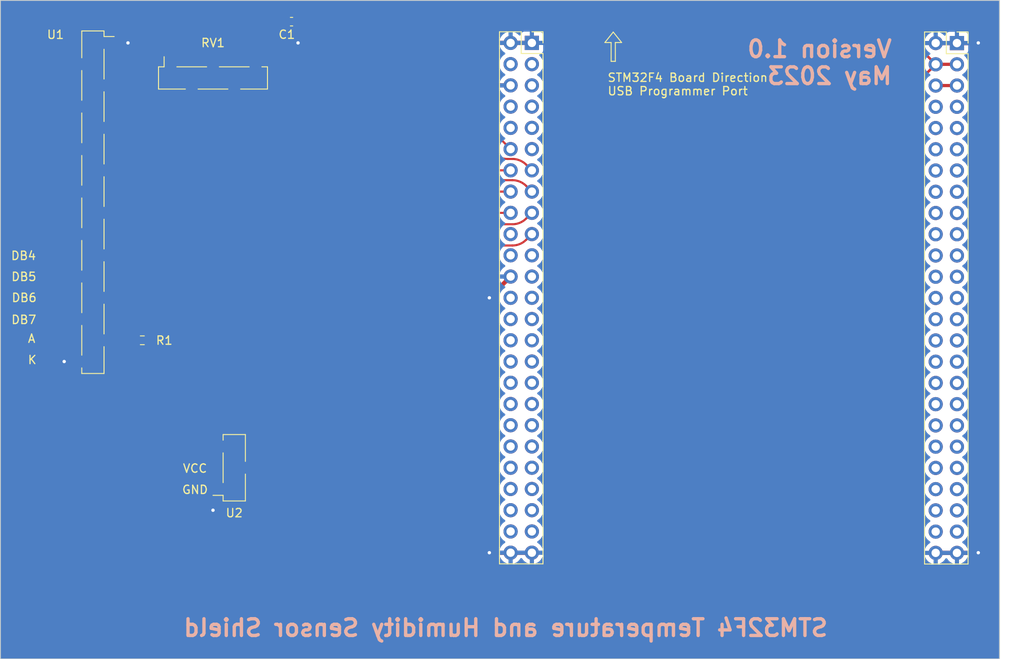
<source format=kicad_pcb>
(kicad_pcb (version 20221018) (generator pcbnew)
  (layers (0 "F.Cu" signal) (31 "B.Cu" signal) (34 "B.Paste" user) (35 "F.Paste" user) (36 "B.SilkS" user "B.Silkscreen") (37 "F.SilkS" user "F.Silkscreen") (38 "B.Mask" user) (39 "F.Mask" user) (44 "Edge.Cuts" user))
  (net 0 "")
  (net 1 "GND")
  (net 8 "RS")
  (net 9 "RW")
  (net 10 "E")
  (net 11 "DB4")
  (net 20 "+5V")
  (net 21 "+3V0")
  (net 30 "DB5")
  (net 31 "DB6")
  (net 34 "DB7")
  (net 35 "DHT")
  (net 70 "Net-(U1-A{slash}VEE)")
  (net 71 "Net-(U1-VO)")
  (footprint "Connector_PinSocket_2.54mm:PinSocket_2x25_P2.54mm_Vertical" (layer "F.Cu") (at 210.81 43.2)
    (fp_text reference "J2")
    (fp_text value "Discovery Board Conn 2")
    (fp_line (start -3.87 -1.33) (end -3.87 62.29) (stroke (width 0.12)) (layer "F.SilkS"))
    (fp_line (start -3.87 -1.33) (end -1.27 -1.33) (stroke (width 0.12)) (layer "F.SilkS"))
    (fp_line (start -3.87 62.29) (end 1.33 62.29) (stroke (width 0.12)) (layer "F.SilkS"))
    (fp_line (start -1.27 -1.33) (end -1.27 1.27) (stroke (width 0.12)) (layer "F.SilkS"))
    (fp_line (start -1.27 1.27) (end 1.33 1.27) (stroke (width 0.12)) (layer "F.SilkS"))
    (fp_line (start 0 -1.33) (end 1.33 -1.33) (stroke (width 0.12)) (layer "F.SilkS"))
    (fp_line (start 1.33 -1.33) (end 1.33 0) (stroke (width 0.12)) (layer "F.SilkS"))
    (fp_line (start 1.33 1.27) (end 1.33 62.29) (stroke (width 0.12)) (layer "F.SilkS"))
    (pad "1" thru_hole rect (at 0 0) (size 1.7 1.7) (drill 1) (layers "*.Cu" "*.Mask") (net 1 "GND"))
    (pad "2" thru_hole oval (at -2.54 0) (size 1.7 1.7) (drill 1) (layers "*.Cu" "*.Mask") (net 1 "GND"))
    (pad "3" thru_hole oval (at 0 2.54) (size 1.7 1.7) (drill 1) (layers "*.Cu" "*.Mask") (net 20 "+5V"))
    (pad "4" thru_hole oval (at -2.54 2.54) (size 1.7 1.7) (drill 1) (layers "*.Cu" "*.Mask") (net 20 "+5V"))
    (pad "5" thru_hole oval (at 0 5.08) (size 1.7 1.7) (drill 1) (layers "*.Cu" "*.Mask") (net 21 "+3V0"))
    (pad "6" thru_hole oval (at -2.54 5.08) (size 1.7 1.7) (drill 1) (layers "*.Cu" "*.Mask") (net 21 "+3V0"))
    (pad "7" thru_hole oval (at 0 7.62) (size 1.7 1.7) (drill 1) (layers "*.Cu" "*.Mask"))
    (pad "8" thru_hole oval (at -2.54 7.62) (size 1.7 1.7) (drill 1) (layers "*.Cu" "*.Mask"))
    (pad "9" thru_hole oval (at 0 10.16) (size 1.7 1.7) (drill 1) (layers "*.Cu" "*.Mask"))
    (pad "10" thru_hole oval (at -2.54 10.16) (size 1.7 1.7) (drill 1) (layers "*.Cu" "*.Mask"))
    (pad "11" thru_hole oval (at 0 12.7) (size 1.7 1.7) (drill 1) (layers "*.Cu" "*.Mask"))
    (pad "12" thru_hole oval (at -2.54 12.7) (size 1.7 1.7) (drill 1) (layers "*.Cu" "*.Mask"))
    (pad "13" thru_hole oval (at 0 15.24) (size 1.7 1.7) (drill 1) (layers "*.Cu" "*.Mask"))
    (pad "14" thru_hole oval (at -2.54 15.24) (size 1.7 1.7) (drill 1) (layers "*.Cu" "*.Mask"))
    (pad "15" thru_hole oval (at 0 17.78) (size 1.7 1.7) (drill 1) (layers "*.Cu" "*.Mask"))
    (pad "16" thru_hole oval (at -2.54 17.78) (size 1.7 1.7) (drill 1) (layers "*.Cu" "*.Mask"))
    (pad "17" thru_hole oval (at 0 20.32) (size 1.7 1.7) (drill 1) (layers "*.Cu" "*.Mask"))
    (pad "18" thru_hole oval (at -2.54 20.32) (size 1.7 1.7) (drill 1) (layers "*.Cu" "*.Mask"))
    (pad "19" thru_hole oval (at 0 22.86) (size 1.7 1.7) (drill 1) (layers "*.Cu" "*.Mask"))
    (pad "20" thru_hole oval (at -2.54 22.86) (size 1.7 1.7) (drill 1) (layers "*.Cu" "*.Mask"))
    (pad "21" thru_hole oval (at 0 25.4) (size 1.7 1.7) (drill 1) (layers "*.Cu" "*.Mask"))
    (pad "22" thru_hole oval (at -2.54 25.4) (size 1.7 1.7) (drill 1) (layers "*.Cu" "*.Mask"))
    (pad "23" thru_hole oval (at 0 27.94) (size 1.7 1.7) (drill 1) (layers "*.Cu" "*.Mask"))
    (pad "24" thru_hole oval (at -2.54 27.94) (size 1.7 1.7) (drill 1) (layers "*.Cu" "*.Mask"))
    (pad "25" thru_hole oval (at 0 30.48) (size 1.7 1.7) (drill 1) (layers "*.Cu" "*.Mask"))
    (pad "26" thru_hole oval (at -2.54 30.48) (size 1.7 1.7) (drill 1) (layers "*.Cu" "*.Mask"))
    (pad "27" thru_hole oval (at 0 33.02) (size 1.7 1.7) (drill 1) (layers "*.Cu" "*.Mask"))
    (pad "28" thru_hole oval (at -2.54 33.02) (size 1.7 1.7) (drill 1) (layers "*.Cu" "*.Mask"))
    (pad "29" thru_hole oval (at 0 35.56) (size 1.7 1.7) (drill 1) (layers "*.Cu" "*.Mask"))
    (pad "30" thru_hole oval (at -2.54 35.56) (size 1.7 1.7) (drill 1) (layers "*.Cu" "*.Mask"))
    (pad "31" thru_hole oval (at 0 38.1) (size 1.7 1.7) (drill 1) (layers "*.Cu" "*.Mask"))
    (pad "32" thru_hole oval (at -2.54 38.1) (size 1.7 1.7) (drill 1) (layers "*.Cu" "*.Mask"))
    (pad "33" thru_hole oval (at 0 40.64) (size 1.7 1.7) (drill 1) (layers "*.Cu" "*.Mask"))
    (pad "34" thru_hole oval (at -2.54 40.64) (size 1.7 1.7) (drill 1) (layers "*.Cu" "*.Mask"))
    (pad "35" thru_hole oval (at 0 43.18) (size 1.7 1.7) (drill 1) (layers "*.Cu" "*.Mask"))
    (pad "36" thru_hole oval (at -2.54 43.18) (size 1.7 1.7) (drill 1) (layers "*.Cu" "*.Mask"))
    (pad "37" thru_hole oval (at 0 45.72) (size 1.7 1.7) (drill 1) (layers "*.Cu" "*.Mask"))
    (pad "38" thru_hole oval (at -2.54 45.72) (size 1.7 1.7) (drill 1) (layers "*.Cu" "*.Mask"))
    (pad "39" thru_hole oval (at 0 48.26) (size 1.7 1.7) (drill 1) (layers "*.Cu" "*.Mask"))
    (pad "40" thru_hole oval (at -2.54 48.26) (size 1.7 1.7) (drill 1) (layers "*.Cu" "*.Mask"))
    (pad "41" thru_hole oval (at 0 50.8) (size 1.7 1.7) (drill 1) (layers "*.Cu" "*.Mask"))
    (pad "42" thru_hole oval (at -2.54 50.8) (size 1.7 1.7) (drill 1) (layers "*.Cu" "*.Mask"))
    (pad "43" thru_hole oval (at 0 53.34) (size 1.7 1.7) (drill 1) (layers "*.Cu" "*.Mask"))
    (pad "44" thru_hole oval (at -2.54 53.34) (size 1.7 1.7) (drill 1) (layers "*.Cu" "*.Mask"))
    (pad "45" thru_hole oval (at 0 55.88) (size 1.7 1.7) (drill 1) (layers "*.Cu" "*.Mask"))
    (pad "46" thru_hole oval (at -2.54 55.88) (size 1.7 1.7) (drill 1) (layers "*.Cu" "*.Mask"))
    (pad "47" thru_hole oval (at 0 58.42) (size 1.7 1.7) (drill 1) (layers "*.Cu" "*.Mask"))
    (pad "48" thru_hole oval (at -2.54 58.42) (size 1.7 1.7) (drill 1) (layers "*.Cu" "*.Mask"))
    (pad "49" thru_hole oval (at 0 60.96) (size 1.7 1.7) (drill 1) (layers "*.Cu" "*.Mask") (net 1 "GND"))
    (pad "50" thru_hole oval (at -2.54 60.96) (size 1.7 1.7) (drill 1) (layers "*.Cu" "*.Mask") (net 1 "GND"))
  )
  (footprint "Connector_PinSocket_2.54mm:PinSocket_2x25_P2.54mm_Vertical" (layer "F.Cu") (at 160.02 43.18)
    (fp_text reference "J1")
    (fp_text value "Discovery Board Conn 1")
    (fp_line (start -3.87 -1.33) (end -3.87 62.29) (stroke (width 0.12)) (layer "F.SilkS"))
    (fp_line (start -3.87 -1.33) (end -1.27 -1.33) (stroke (width 0.12)) (layer "F.SilkS"))
    (fp_line (start -3.87 62.29) (end 1.33 62.29) (stroke (width 0.12)) (layer "F.SilkS"))
    (fp_line (start -1.27 -1.33) (end -1.27 1.27) (stroke (width 0.12)) (layer "F.SilkS"))
    (fp_line (start -1.27 1.27) (end 1.33 1.27) (stroke (width 0.12)) (layer "F.SilkS"))
    (fp_line (start 0 -1.33) (end 1.33 -1.33) (stroke (width 0.12)) (layer "F.SilkS"))
    (fp_line (start 1.33 -1.33) (end 1.33 0) (stroke (width 0.12)) (layer "F.SilkS"))
    (fp_line (start 1.33 1.27) (end 1.33 62.29) (stroke (width 0.12)) (layer "F.SilkS"))
    (pad "1" thru_hole rect (at 0 0) (size 1.7 1.7) (drill 1) (layers "*.Cu" "*.Mask") (net 1 "GND"))
    (pad "2" thru_hole oval (at -2.54 0) (size 1.7 1.7) (drill 1) (layers "*.Cu" "*.Mask") (net 1 "GND"))
    (pad "3" thru_hole oval (at 0 2.54) (size 1.7 1.7) (drill 1) (layers "*.Cu" "*.Mask"))
    (pad "4" thru_hole oval (at -2.54 2.54) (size 1.7 1.7) (drill 1) (layers "*.Cu" "*.Mask"))
    (pad "5" thru_hole oval (at 0 5.08) (size 1.7 1.7) (drill 1) (layers "*.Cu" "*.Mask"))
    (pad "6" thru_hole oval (at -2.54 5.08) (size 1.7 1.7) (drill 1) (layers "*.Cu" "*.Mask") (net 1 "GND"))
    (pad "7" thru_hole oval (at 0 7.62) (size 1.7 1.7) (drill 1) (layers "*.Cu" "*.Mask"))
    (pad "8" thru_hole oval (at -2.54 7.62) (size 1.7 1.7) (drill 1) (layers "*.Cu" "*.Mask"))
    (pad "9" thru_hole oval (at 0 10.16) (size 1.7 1.7) (drill 1) (layers "*.Cu" "*.Mask"))
    (pad "10" thru_hole oval (at -2.54 10.16) (size 1.7 1.7) (drill 1) (layers "*.Cu" "*.Mask"))
    (pad "11" thru_hole oval (at 0 12.7) (size 1.7 1.7) (drill 1) (layers "*.Cu" "*.Mask"))
    (pad "12" thru_hole oval (at -2.54 12.7) (size 1.7 1.7) (drill 1) (layers "*.Cu" "*.Mask") (net 8 "RS"))
    (pad "13" thru_hole oval (at 0 15.24) (size 1.7 1.7) (drill 1) (layers "*.Cu" "*.Mask") (net 9 "RW"))
    (pad "14" thru_hole oval (at -2.54 15.24) (size 1.7 1.7) (drill 1) (layers "*.Cu" "*.Mask") (net 10 "E"))
    (pad "15" thru_hole oval (at 0 17.78) (size 1.7 1.7) (drill 1) (layers "*.Cu" "*.Mask") (net 11 "DB4"))
    (pad "16" thru_hole oval (at -2.54 17.78) (size 1.7 1.7) (drill 1) (layers "*.Cu" "*.Mask") (net 30 "DB5"))
    (pad "17" thru_hole oval (at 0 20.32) (size 1.7 1.7) (drill 1) (layers "*.Cu" "*.Mask") (net 31 "DB6"))
    (pad "18" thru_hole oval (at -2.54 20.32) (size 1.7 1.7) (drill 1) (layers "*.Cu" "*.Mask") (net 34 "DB7"))
    (pad "19" thru_hole oval (at 0 22.86) (size 1.7 1.7) (drill 1) (layers "*.Cu" "*.Mask") (net 35 "DHT"))
    (pad "20" thru_hole oval (at -2.54 22.86) (size 1.7 1.7) (drill 1) (layers "*.Cu" "*.Mask"))
    (pad "21" thru_hole oval (at 0 25.4) (size 1.7 1.7) (drill 1) (layers "*.Cu" "*.Mask"))
    (pad "22" thru_hole oval (at -2.54 25.4) (size 1.7 1.7) (drill 1) (layers "*.Cu" "*.Mask"))
    (pad "23" thru_hole oval (at 0 27.94) (size 1.7 1.7) (drill 1) (layers "*.Cu" "*.Mask"))
    (pad "24" thru_hole oval (at -2.54 27.94) (size 1.7 1.7) (drill 1) (layers "*.Cu" "*.Mask") (net 1 "GND"))
    (pad "25" thru_hole oval (at 0 30.48) (size 1.7 1.7) (drill 1) (layers "*.Cu" "*.Mask"))
    (pad "26" thru_hole oval (at -2.54 30.48) (size 1.7 1.7) (drill 1) (layers "*.Cu" "*.Mask"))
    (pad "27" thru_hole oval (at 0 33.02) (size 1.7 1.7) (drill 1) (layers "*.Cu" "*.Mask"))
    (pad "28" thru_hole oval (at -2.54 33.02) (size 1.7 1.7) (drill 1) (layers "*.Cu" "*.Mask"))
    (pad "29" thru_hole oval (at 0 35.56) (size 1.7 1.7) (drill 1) (layers "*.Cu" "*.Mask"))
    (pad "30" thru_hole oval (at -2.54 35.56) (size 1.7 1.7) (drill 1) (layers "*.Cu" "*.Mask"))
    (pad "31" thru_hole oval (at 0 38.1) (size 1.7 1.7) (drill 1) (layers "*.Cu" "*.Mask"))
    (pad "32" thru_hole oval (at -2.54 38.1) (size 1.7 1.7) (drill 1) (layers "*.Cu" "*.Mask"))
    (pad "33" thru_hole oval (at 0 40.64) (size 1.7 1.7) (drill 1) (layers "*.Cu" "*.Mask"))
    (pad "34" thru_hole oval (at -2.54 40.64) (size 1.7 1.7) (drill 1) (layers "*.Cu" "*.Mask"))
    (pad "35" thru_hole oval (at 0 43.18) (size 1.7 1.7) (drill 1) (layers "*.Cu" "*.Mask"))
    (pad "36" thru_hole oval (at -2.54 43.18) (size 1.7 1.7) (drill 1) (layers "*.Cu" "*.Mask"))
    (pad "37" thru_hole oval (at 0 45.72) (size 1.7 1.7) (drill 1) (layers "*.Cu" "*.Mask"))
    (pad "38" thru_hole oval (at -2.54 45.72) (size 1.7 1.7) (drill 1) (layers "*.Cu" "*.Mask"))
    (pad "39" thru_hole oval (at 0 48.26) (size 1.7 1.7) (drill 1) (layers "*.Cu" "*.Mask"))
    (pad "40" thru_hole oval (at -2.54 48.26) (size 1.7 1.7) (drill 1) (layers "*.Cu" "*.Mask"))
    (pad "41" thru_hole oval (at 0 50.8) (size 1.7 1.7) (drill 1) (layers "*.Cu" "*.Mask"))
    (pad "42" thru_hole oval (at -2.54 50.8) (size 1.7 1.7) (drill 1) (layers "*.Cu" "*.Mask"))
    (pad "43" thru_hole oval (at 0 53.34) (size 1.7 1.7) (drill 1) (layers "*.Cu" "*.Mask"))
    (pad "44" thru_hole oval (at -2.54 53.34) (size 1.7 1.7) (drill 1) (layers "*.Cu" "*.Mask"))
    (pad "45" thru_hole oval (at 0 55.88) (size 1.7 1.7) (drill 1) (layers "*.Cu" "*.Mask"))
    (pad "46" thru_hole oval (at -2.54 55.88) (size 1.7 1.7) (drill 1) (layers "*.Cu" "*.Mask"))
    (pad "47" thru_hole oval (at 0 58.42) (size 1.7 1.7) (drill 1) (layers "*.Cu" "*.Mask"))
    (pad "48" thru_hole oval (at -2.54 58.42) (size 1.7 1.7) (drill 1) (layers "*.Cu" "*.Mask"))
    (pad "49" thru_hole oval (at 0 60.96) (size 1.7 1.7) (drill 1) (layers "*.Cu" "*.Mask") (net 1 "GND"))
    (pad "50" thru_hole oval (at -2.54 60.96) (size 1.7 1.7) (drill 1) (layers "*.Cu" "*.Mask") (net 1 "GND"))
  )
  (footprint "Connector_PinSocket_2.54mm:PinSocket_1x03_P2.54mm_Vertical_SMD_Pin1Right" (layer "F.Cu") (at 124.46 93.98 180)
    (fp_text reference "U2" (at 0 -5.41) (layer "F.SilkS"))
    (fp_text value "DHT11")
    (fp_line (start -1.33 -3.97) (end -1.33 -0.76) (stroke (width 0.12)) (layer "F.SilkS"))
    (fp_line (start -1.33 -3.97) (end 1.33 -3.97) (stroke (width 0.12)) (layer "F.SilkS"))
    (fp_line (start -1.33 0.76) (end -1.33 3.97) (stroke (width 0.12)) (layer "F.SilkS"))
    (fp_line (start -1.33 3.97) (end 1.33 3.97) (stroke (width 0.12)) (layer "F.SilkS"))
    (fp_line (start 1.33 -3.97) (end 1.33 -3.3) (stroke (width 0.12)) (layer "F.SilkS"))
    (fp_line (start 1.33 -3.3) (end 2.54 -3.3) (stroke (width 0.12)) (layer "F.SilkS"))
    (fp_line (start 1.33 -1.78) (end 1.33 1.78) (stroke (width 0.12)) (layer "F.SilkS"))
    (fp_line (start 1.33 3.3) (end 1.33 3.97) (stroke (width 0.12)) (layer "F.SilkS"))
    (pad "1" smd rect (at -1.65 0 180) (size 1.9 1) (layers "F.Cu" "F.Paste" "F.Mask") (net 20 "+5V"))
    (pad "2" smd rect (at 1.65 2.54 180) (size 1.9 1) (layers "F.Cu" "F.Paste" "F.Mask") (net 35 "DHT"))
    (pad "4" smd rect (at 1.65 -2.54 180) (size 1.9 1) (layers "F.Cu" "F.Paste" "F.Mask") (net 1 "GND"))
  )
  (footprint "Capacitor_SMD:C_0603_1608Metric" (layer "F.Cu") (at 131.305 40.64)
    (fp_text reference "C1" (at -0.564705 1.54451) (layer "F.SilkS"))
    (fp_text value "1000u")
    (fp_line (start -0.14058 -0.51) (end 0.14058 -0.51) (stroke (width 0.12)) (layer "F.SilkS"))
    (fp_line (start -0.14058 0.51) (end 0.14058 0.51) (stroke (width 0.12)) (layer "F.SilkS"))
    (pad "1" smd roundrect (at -0.775 0) (size 0.9 0.95) (layers "F.Cu" "F.Paste" "F.Mask") (net 20 "+5V"))
    (pad "2" smd roundrect (at 0.775 0) (size 0.9 0.95) (layers "F.Cu" "F.Paste" "F.Mask") (net 1 "GND"))
  )
  (footprint "Connector_PinSocket_2.54mm:PinSocket_1x05_P2.54mm_Vertical_SMD_Pin1Right" (layer "F.Cu") (at 121.92 47.37 90)
    (fp_text reference "RV1" (at 4.19 0 180) (layer "F.SilkS"))
    (fp_text value "1k")
    (fp_line (start -1.33 -6.51) (end -1.33 -3.3) (stroke (width 0.12)) (layer "F.SilkS"))
    (fp_line (start -1.33 -6.51) (end 1.33 -6.51) (stroke (width 0.12)) (layer "F.SilkS"))
    (fp_line (start -1.33 -1.78) (end -1.33 1.78) (stroke (width 0.12)) (layer "F.SilkS"))
    (fp_line (start -1.33 3.3) (end -1.33 6.51) (stroke (width 0.12)) (layer "F.SilkS"))
    (fp_line (start -1.33 6.51) (end 1.33 6.51) (stroke (width 0.12)) (layer "F.SilkS"))
    (fp_line (start 1.33 -6.51) (end 1.33 -5.84) (stroke (width 0.12)) (layer "F.SilkS"))
    (fp_line (start 1.33 -5.84) (end 2.54 -5.84) (stroke (width 0.12)) (layer "F.SilkS"))
    (fp_line (start 1.33 -4.32) (end 1.33 -0.76) (stroke (width 0.12)) (layer "F.SilkS"))
    (fp_line (start 1.33 0.76) (end 1.33 4.32) (stroke (width 0.12)) (layer "F.SilkS"))
    (fp_line (start 1.33 5.84) (end 1.33 6.51) (stroke (width 0.12)) (layer "F.SilkS"))
    (pad "1" smd rect (at 1.65 -5.08 90) (size 1.9 1) (layers "F.Cu" "F.Paste" "F.Mask") (net 1 "GND"))
    (pad "2" smd rect (at 1.65 0 90) (size 1.9 1) (layers "F.Cu" "F.Paste" "F.Mask") (net 71 "Net-(U1-VO)"))
    (pad "3" smd rect (at 1.65 5.08 90) (size 1.9 1) (layers "F.Cu" "F.Paste" "F.Mask") (net 20 "+5V"))
    (pad "4" smd rect (at -1.65 2.54 90) (size 1.9 1) (layers "F.Cu" "F.Paste" "F.Mask"))
    (pad "5" smd rect (at -1.65 -2.54 90) (size 1.9 1) (layers "F.Cu" "F.Paste" "F.Mask"))
  )
  (footprint "Resistor_SMD:R_0603_1608Metric" (layer "F.Cu") (at 113.475 78.74)
    (fp_text reference "R1" (at 2.622513 0.021051) (layer "F.SilkS"))
    (fp_text value "910")
    (fp_line (start -0.237258 -0.5225) (end 0.237258 -0.5225) (stroke (width 0.12)) (layer "F.SilkS"))
    (fp_line (start -0.237258 0.5225) (end 0.237258 0.5225) (stroke (width 0.12)) (layer "F.SilkS"))
    (pad "1" smd roundrect (at -0.825 0) (size 0.8 0.95) (layers "F.Cu" "F.Paste" "F.Mask") (net 70 "Net-(U1-A{slash}VEE)"))
    (pad "2" smd roundrect (at 0.825 0) (size 0.8 0.95) (layers "F.Cu" "F.Paste" "F.Mask") (net 20 "+5V"))
  )
  (footprint "Connector_PinSocket_2.54mm:PinSocket_1x16_P2.54mm_Vertical_SMD_Pin1Right" (layer "F.Cu") (at 107.57 62.23)
    (fp_text reference "U1" (at -4.470668 -20.036708) (layer "F.SilkS"))
    (fp_text value "RC1602A")
    (fp_line (start -1.33 -20.48) (end -1.33 -17.27) (stroke (width 0.12)) (layer "F.SilkS"))
    (fp_line (start -1.33 -20.48) (end 1.33 -20.48) (stroke (width 0.12)) (layer "F.SilkS"))
    (fp_line (start -1.33 -15.75) (end -1.33 -12.19) (stroke (width 0.12)) (layer "F.SilkS"))
    (fp_line (start -1.33 -10.67) (end -1.33 -7.11) (stroke (width 0.12)) (layer "F.SilkS"))
    (fp_line (start -1.33 -5.59) (end -1.33 -2.03) (stroke (width 0.12)) (layer "F.SilkS"))
    (fp_line (start -1.33 -0.51) (end -1.33 3.05) (stroke (width 0.12)) (layer "F.SilkS"))
    (fp_line (start -1.33 4.57) (end -1.33 8.13) (stroke (width 0.12)) (layer "F.SilkS"))
    (fp_line (start -1.33 9.65) (end -1.33 13.21) (stroke (width 0.12)) (layer "F.SilkS"))
    (fp_line (start -1.33 14.73) (end -1.33 18.29) (stroke (width 0.12)) (layer "F.SilkS"))
    (fp_line (start -1.33 19.81) (end -1.33 20.48) (stroke (width 0.12)) (layer "F.SilkS"))
    (fp_line (start -1.33 20.48) (end 1.33 20.48) (stroke (width 0.12)) (layer "F.SilkS"))
    (fp_line (start 1.33 -20.48) (end 1.33 -19.81) (stroke (width 0.12)) (layer "F.SilkS"))
    (fp_line (start 1.33 -19.81) (end 2.54 -19.81) (stroke (width 0.12)) (layer "F.SilkS"))
    (fp_line (start 1.33 -18.29) (end 1.33 -14.73) (stroke (width 0.12)) (layer "F.SilkS"))
    (fp_line (start 1.33 -13.21) (end 1.33 -9.65) (stroke (width 0.12)) (layer "F.SilkS"))
    (fp_line (start 1.33 -8.13) (end 1.33 -4.57) (stroke (width 0.12)) (layer "F.SilkS"))
    (fp_line (start 1.33 -3.05) (end 1.33 0.51) (stroke (width 0.12)) (layer "F.SilkS"))
    (fp_line (start 1.33 2.03) (end 1.33 5.59) (stroke (width 0.12)) (layer "F.SilkS"))
    (fp_line (start 1.33 7.11) (end 1.33 10.67) (stroke (width 0.12)) (layer "F.SilkS"))
    (fp_line (start 1.33 12.19) (end 1.33 15.75) (stroke (width 0.12)) (layer "F.SilkS"))
    (fp_line (start 1.33 17.27) (end 1.33 20.48) (stroke (width 0.12)) (layer "F.SilkS"))
    (pad "1" smd rect (at 1.65 -19.05) (size 1.9 1) (layers "F.Cu" "F.Paste" "F.Mask") (net 1 "GND"))
    (pad "2" smd rect (at -1.65 -16.51) (size 1.9 1) (layers "F.Cu" "F.Paste" "F.Mask") (net 20 "+5V"))
    (pad "3" smd rect (at 1.65 -13.97) (size 1.9 1) (layers "F.Cu" "F.Paste" "F.Mask") (net 71 "Net-(U1-VO)"))
    (pad "4" smd rect (at -1.65 -11.43) (size 1.9 1) (layers "F.Cu" "F.Paste" "F.Mask") (net 8 "RS"))
    (pad "5" smd rect (at 1.65 -8.89) (size 1.9 1) (layers "F.Cu" "F.Paste" "F.Mask") (net 9 "RW"))
    (pad "6" smd rect (at -1.65 -6.35) (size 1.9 1) (layers "F.Cu" "F.Paste" "F.Mask") (net 10 "E"))
    (pad "7" smd rect (at 1.65 -3.81) (size 1.9 1) (layers "F.Cu" "F.Paste" "F.Mask"))
    (pad "8" smd rect (at -1.65 -1.27) (size 1.9 1) (layers "F.Cu" "F.Paste" "F.Mask"))
    (pad "9" smd rect (at 1.65 1.27) (size 1.9 1) (layers "F.Cu" "F.Paste" "F.Mask"))
    (pad "10" smd rect (at -1.65 3.81) (size 1.9 1) (layers "F.Cu" "F.Paste" "F.Mask"))
    (pad "11" smd rect (at 1.65 6.35) (size 1.9 1) (layers "F.Cu" "F.Paste" "F.Mask") (net 11 "DB4"))
    (pad "12" smd rect (at -1.65 8.89) (size 1.9 1) (layers "F.Cu" "F.Paste" "F.Mask") (net 30 "DB5"))
    (pad "13" smd rect (at 1.65 11.43) (size 1.9 1) (layers "F.Cu" "F.Paste" "F.Mask") (net 31 "DB6"))
    (pad "14" smd rect (at -1.65 13.97) (size 1.9 1) (layers "F.Cu" "F.Paste" "F.Mask") (net 34 "DB7"))
    (pad "15" smd rect (at 1.65 16.51) (size 1.9 1) (layers "F.Cu" "F.Paste" "F.Mask") (net 70 "Net-(U1-A{slash}VEE)"))
    (pad "16" smd rect (at -1.65 19.05) (size 1.9 1) (layers "F.Cu" "F.Paste" "F.Mask") (net 1 "GND"))
  )
  (gr_line (start 169.4922 43.1344) (end 168.7422 43.1344) (stroke (width 0.12)) (layer "F.SilkS"))
  (gr_line (start 170.7422 43.1344) (end 169.7422 41.8844) (stroke (width 0.12)) (layer "F.SilkS"))
  (gr_line (start 170.7422 43.1344) (end 169.9922 43.1344) (stroke (width 0.12)) (layer "F.SilkS"))
  (gr_line (start 169.4922 45.3844) (end 169.9922 45.3844) (stroke (width 0.12)) (layer "F.SilkS"))
  (gr_line (start 169.9922 45.3844) (end 169.9922 43.1344) (stroke (width 0.12)) (layer "F.SilkS"))
  (gr_line (start 169.4922 43.1344) (end 169.4922 45.3844) (stroke (width 0.12)) (layer "F.SilkS"))
  (gr_line (start 169.7422 41.8844) (end 168.7422 43.1344) (stroke (width 0.12)) (layer "F.SilkS"))
  (gr_line (start 96.52 116.84) (end 96.52 38.1) (stroke (width 0.1)) (layer "Edge.Cuts"))
  (gr_line (start 96.52 38.1) (end 215.9 38.1) (stroke (width 0.1)) (layer "Edge.Cuts"))
  (gr_line (start 215.9 38.1) (end 215.9 116.84) (stroke (width 0.1)) (layer "Edge.Cuts"))
  (gr_line (start 215.9 116.84) (end 96.52 116.84) (stroke (width 0.1)) (layer "Edge.Cuts"))
  (gr_text "STM32F4 Temperature and Humidity Sensor Shield\n" (at 195.58 114.3) (layer "B.SilkS") (effects (font (size 2 2) (thickness 0.4) bold) (justify left bottom mirror)))
  (gr_text "Version 1.0\nMay 2023" (at 203.2308 48.3062) (layer "B.SilkS") (effects (font (size 2 2) (thickness 0.4) bold) (justify left bottom mirror)))
  (gr_text "GND" (at 118.154379 97.193644) (layer "F.SilkS") (effects (font (size 1 1)) (justify left bottom)))
  (gr_text "DB7\n" (at 97.74606 76.86733) (layer "F.SilkS") (effects (font (size 1 1)) (justify left bottom)))
  (gr_text "STM32F4 Board Direction\nUSB Programmer Port" (at 168.9922 48.1344) (layer "F.SilkS") (effects (font (size 1 1)) (justify left)))
  (gr_text "DB5\n\n" (at 97.74606 73.334404) (layer "F.SilkS") (effects (font (size 1 1)) (justify left bottom)))
  (gr_text "VCC\n" (at 118.242221 94.646229) (layer "F.SilkS") (effects (font (size 1 1)) (justify left bottom)))
  (gr_text "DB6\n" (at 97.785314 74.237263) (layer "F.SilkS") (effects (font (size 1 1)) (justify left bottom)))
  (gr_text "K" (at 99.720398 81.664996) (layer "F.SilkS") (effects (font (size 1 1)) (justify left bottom)))
  (gr_text "A" (at 99.720398 79.121385) (layer "F.SilkS") (effects (font (size 1 1)) (justify left bottom)))
  (gr_text "DB4\n\n" (at 97.706805 70.822101) (layer "F.SilkS") (effects (font (size 1 1)) (justify left bottom)))
  (segment (start 157.48 43.18) (end 160.02 43.18) (width 0.508) (layer "F.Cu") (net 1))
  (segment (start 151.453792 44.773792) (end 154.041974 47.361974) (width 0.508) (layer "F.Cu") (net 1))
  (segment (start 210.81 104.16) (end 208.27 104.16) (width 0.508) (layer "F.Cu") (net 1))
  (segment (start 104.14 81.28) (end 105.92 81.28) (width 0.508) (layer "F.Cu") (net 1))
  (segment (start 213.325857 43.2) (end 210.81 43.2) (width 0.508) (layer "F.Cu") (net 1))
  (segment (start 132.08 43.18) (end 132.08 40.64) (width 0.508) (layer "F.Cu") (net 1))
  (segment (start 213.36 104.14) (end 213.35 104.15) (width 0.508) (layer "F.Cu") (net 1))
  (segment (start 154.94 73.66) (end 157.48 71.12) (width 0.508) (layer "F.Cu") (net 1))
  (segment (start 154.94 104.14) (end 157.48 104.14) (width 0.508) (layer "F.Cu") (net 1))
  (segment (start 157.48 104.14) (end 160.02 104.14) (width 0.508) (layer "F.Cu") (net 1))
  (segment (start 210.81 43.2) (end 208.27 43.2) (width 0.508) (layer "F.Cu") (net 1))
  (segment (start 121.92 99.06) (end 122.365 98.615) (width 0.508) (layer "F.Cu") (net 1))
  (segment (start 213.325857 104.16) (end 210.81 104.16) (width 0.508) (layer "F.Cu") (net 1))
  (segment (start 147.516856 43.18) (end 132.08 43.18) (width 0.508) (layer "F.Cu") (net 1))
  (segment (start 157.48 43.18) (end 151.479913 43.18) (width 0.508) (layer "F.Cu") (net 1))
  (segment (start 147.516856 43.18) (end 151.479913 43.18) (width 0.508) (layer "F.Cu") (net 1))
  (segment (start 111.76 43.18) (end 109.22 43.18) (width 0.508) (layer "F.Cu") (net 1))
  (segment (start 122.81 97.540674) (end 122.81 96.52) (width 0.508) (layer "F.Cu") (net 1))
  (segment (start 111.76 43.18) (end 113.401974 44.821974) (width 0.508) (layer "F.Cu") (net 1))
  (segment (start 115.57 45.72) (end 116.84 45.72) (width 0.508) (layer "F.Cu") (net 1))
  (segment (start 156.21 48.26) (end 157.48 48.26) (width 0.508) (layer "F.Cu") (net 1))
  (segment (start 213.36 43.18) (end 213.35 43.19) (width 0.508) (layer "F.Cu") (net 1))
  (via (at 132.08 43.18) (size 0.8) (drill 0.4) (layers "F.Cu" "B.Cu") (net 1))
  (via (at 154.94 73.66) (size 0.8) (drill 0.4) (layers "F.Cu" "B.Cu") (net 1))
  (via (at 154.94 104.14) (size 0.8) (drill 0.4) (layers "F.Cu" "B.Cu") (net 1))
  (via (at 121.92 99.06) (size 0.8) (drill 0.4) (layers "F.Cu" "B.Cu") (net 1))
  (via (at 111.76 43.18) (size 0.8) (drill 0.4) (layers "F.Cu" "B.Cu") (net 1))
  (via (at 213.36 104.14) (size 0.8) (drill 0.4) (layers "F.Cu" "B.Cu") (net 1))
  (via (at 213.36 43.18) (size 0.8) (drill 0.4) (layers "F.Cu" "B.Cu") (net 1))
  (via (at 104.14 81.28) (size 0.8) (drill 0.4) (layers "F.Cu" "B.Cu") (net 1))
  (arc (start 151.453792 44.773792) (mid 151.022126 43.75634) (end 151.479913 43.18) (width 0.508) (layer "F.Cu") (net 1))
  (arc (start 213.35 104.15) (mid 213.338923 104.157401) (end 213.325857 104.16) (width 0.508) (layer "F.Cu") (net 1))
  (arc (start 122.365 98.615) (mid 122.694348 98.122095) (end 122.81 97.540674) (width 0.508) (layer "F.Cu") (net 1))
  (arc (start 113.401974 44.821974) (mid 114.396672 45.48661) (end 115.57 45.72) (width 0.508) (layer "F.Cu") (net 1))
  (arc (start 147.516856 43.18) (mid 149.665249 43.594213) (end 151.453792 44.773792) (width 0.508) (layer "F.Cu") (net 1))
  (arc (start 154.041974 47.361974) (mid 155.036672 48.02661) (end 156.21 48.26) (width 0.508) (layer "F.Cu") (net 1))
  (arc (start 213.325857 43.2) (mid 213.338923 43.197401) (end 213.35 43.19) (width 0.508) (layer "F.Cu") (net 1))
  (segment (start 118.636051 53.34) (end 153.143948 53.34) (width 0.25) (layer "F.Cu") (net 8))
  (segment (start 112.503948 50.8) (end 105.92 50.8) (width 0.25) (layer "F.Cu") (net 8))
  (segment (start 156.21 54.61) (end 157.48 55.88) (width 0.25) (layer "F.Cu") (net 8))
  (arc (start 115.57 52.07) (mid 114.163283 51.130062) (end 112.503948 50.8) (width 0.25) (layer "F.Cu") (net 8))
  (arc (start 156.21 54.61) (mid 154.803283 53.670062) (end 153.143948 53.34) (width 0.25) (layer "F.Cu") (net 8))
  (arc (start 118.636051 53.34) (mid 116.976716 53.009937) (end 115.57 52.07) (width 0.25) (layer "F.Cu") (net 8))
  (segment (start 116.971802 53.79) (end 150.146036 53.79) (width 0.25) (layer "F.Cu") (net 9))
  (segment (start 157.16 57.055) (end 157.689799 57.055) (width 0.25) (layer "F.Cu") (net 9))
  (segment (start 153.993792 55.383792) (end 154.607875 55.997875) (width 0.25) (layer "F.Cu") (net 9))
  (segment (start 159.3375 57.7375) (end 160.02 58.42) (width 0.25) (layer "F.Cu") (net 9))
  (segment (start 115.885405 53.34) (end 109.22 53.34) (width 0.25) (layer "F.Cu") (net 9))
  (arc (start 159.3375 57.7375) (mid 158.581528 57.232375) (end 157.689799 57.055) (width 0.25) (layer "F.Cu") (net 9))
  (arc (start 154.607875 55.997875) (mid 155.7788 56.780262) (end 157.16 57.055) (width 0.25) (layer "F.Cu") (net 9))
  (arc (start 116.971802 53.79) (mid 116.677825 53.731524) (end 116.428604 53.565) (width 0.25) (layer "F.Cu") (net 9))
  (arc (start 115.885405 53.34) (mid 116.179382 53.398475) (end 116.428604 53.565) (width 0.25) (layer "F.Cu") (net 9))
  (arc (start 153.993792 55.383792) (mid 152.228426 54.204213) (end 150.146036 53.79) (width 0.25) (layer "F.Cu") (net 9))
  (segment (start 115.435406 53.79) (end 115.158604 53.79) (width 0.25) (layer "F.Cu") (net 10))
  (segment (start 117.421801 54.612792) (end 131.098828 54.612792) (width 0.25) (layer "F.Cu") (net 10))
  (segment (start 110.732146 55.88) (end 105.92 55.88) (width 0.25) (layer "F.Cu") (net 10))
  (segment (start 156.21 58.42) (end 157.48 58.42) (width 0.25) (layer "F.Cu") (net 10))
  (segment (start 153.384279 56.864279) (end 154.041974 57.521974) (width 0.25) (layer "F.Cu") (net 10))
  (segment (start 113.692875 54.397124) (end 113.254999 54.834999) (width 0.25) (layer "F.Cu") (net 10))
  (segment (start 151.796462 56.206584) (end 134.946584 56.206584) (width 0.25) (layer "F.Cu") (net 10))
  (arc (start 115.435406 53.79) (mid 115.97292 53.896918) (end 116.428604 54.201396) (width 0.25) (layer "F.Cu") (net 10))
  (arc (start 110.732146 55.88) (mid 112.097504 55.608413) (end 113.254999 54.834999) (width 0.25) (layer "F.Cu") (net 10))
  (arc (start 151.796462 56.206584) (mid 152.655782 56.377513) (end 153.384279 56.864279) (width 0.25) (layer "F.Cu") (net 10))
  (arc (start 117.421801 54.612792) (mid 116.884286 54.505873) (end 116.428604 54.201396) (width 0.25) (layer "F.Cu") (net 10))
  (arc (start 113.692875 54.397124) (mid 114.365357 53.947786) (end 115.158604 53.79) (width 0.25) (layer "F.Cu") (net 10))
  (arc (start 131.098828 54.612792) (mid 133.181218 55.027005) (end 134.946584 56.206584) (width 0.25) (layer "F.Cu") (net 10))
  (arc (start 156.21 58.42) (mid 155.036672 58.18661) (end 154.041974 57.521974) (width 0.25) (layer "F.Cu") (net 10))
  (segment (start 151.569149 58.42) (end 116.299998 58.42) (width 0.25) (layer "F.Cu") (net 11))
  (segment (start 112.706207 65.093792) (end 109.22 68.58) (width 0.25) (layer "F.Cu") (net 11))
  (segment (start 114.3 60.419998) (end 114.3 61.246036) (width 0.25) (layer "F.Cu") (net 11))
  (segment (start 157.689799 59.595) (end 154.40585 59.595) (width 0.25) (layer "F.Cu") (net 11))
  (segment (start 159.3375 60.2775) (end 160.02 60.96) (width 0.25) (layer "F.Cu") (net 11))
  (arc (start 159.3375 60.2775) (mid 158.581528 59.772375) (end 157.689799 59.595) (width 0.25) (layer "F.Cu") (net 11))
  (arc (start 152.9875 59.0075) (mid 153.638244 59.442313) (end 154.40585 59.595) (width 0.25) (layer "F.Cu") (net 11))
  (arc (start 112.706207 65.093792) (mid 113.885786 63.328426) (end 114.3 61.246036) (width 0.25) (layer "F.Cu") (net 11))
  (arc (start 152.9875 59.0075) (mid 152.336755 58.572686) (end 151.569149 58.42) (width 0.25) (layer "F.Cu") (net 11))
  (arc (start 114.3 60.419998) (mid 114.885785 59.005785) (end 116.299998 58.42) (width 0.25) (layer "F.Cu") (net 11))
  (segment (start 109.15253 40.64) (end 108.933963 40.64) (width 0.305) (layer "F.Cu") (net 20))
  (segment (start 104.408699 42.911299) (end 103.871298 43.4487) (width 0.305) (layer "F.Cu") (net 20))
  (segment (start 151.656829 39.896829) (end 134.123 39.896829) (width 0.305) (layer "F.Cu") (net 20))
  (segment (start 112.007822 40.64) (end 111.556768 40.64) (width 0.305) (layer "F.Cu") (net 20))
  (segment (start 121.011569 40.64) (end 116.668427 40.64) (width 0.305) (layer "F.Cu") (net 20))
  (segment (start 109.589664 40.64) (end 109.15253 40.64) (width 0.305) (layer "F.Cu") (net 20))
  (segment (start 104.408699 44.208699) (end 105.92 45.72) (width 0.305) (layer "F.Cu") (net 20))
  (segment (start 130.53 40.64) (end 131.621309 39.54869) (width 0.305) (layer "F.Cu") (net 20))
  (segment (start 204.763792 42.233792) (end 208.27 45.74) (width 0.305) (layer "F.Cu") (net 20))
  (segment (start 114.704275 40.64) (end 116.668427 40.64) (width 0.305) (layer "F.Cu") (net 20))
  (segment (start 114.289436 40.64) (end 113.874597 40.64) (width 0.305) (layer "F.Cu") (net 20))
  (segment (start 112.8375 40.64) (end 112.458876 40.64) (width 0.305) (layer "F.Cu") (net 20))
  (segment (start 111.105714 40.64) (end 110.682499 40.64) (width 0.305) (layer "F.Cu") (net 20))
  (segment (start 112.458876 40.64) (end 112.007822 40.64) (width 0.305) (layer "F.Cu") (net 20))
  (segment (start 114.704275 40.64) (end 114.289436 40.64) (width 0.305) (layer "F.Cu") (net 20))
  (segment (start 104.408699 42.911299) (end 105.086206 42.233792) (width 0.305) (layer "F.Cu") (net 20))
  (segment (start 131.376207 101.50017) (end 131.376207 103.086208) (width 0.305) (layer "F.Cu") (net 20))
  (segment (start 103.871298 43.4487) (end 103.193792 44.126207) (width 0.305) (layer "F.Cu") (net 20))
  (segment (start 172.72 83.543963) (end 172.72 102.343948) (width 0.305) (layer "F.Cu") (net 20))
  (segment (start 130.53 40.64) (end 121.011569 40.64) (width 0.305) (layer "F.Cu") (net 20))
  (segment (start 111.556768 40.64) (end 111.105714 40.64) (width 0.305) (layer "F.Cu") (net 20))
  (segment (start 103.599998 83.82) (end 112.300001 83.82) (width 0.305) (layer "F.Cu") (net 20))
  (segment (start 127 44.945) (end 127 45.72) (width 0.305) (layer "F.Cu") (net 20))
  (segment (start 174.313792 79.696207) (end 208.27 45.74) (width 0.305) (layer "F.Cu") (net 20))
  (segment (start 110.682499 40.64) (end 109.808231 40.64) (width 0.305) (layer "F.Cu") (net 20))
  (segment (start 133.52869 39.54869) (end 133.702759 39.722759) (width 0.305) (layer "F.Cu") (net 20))
  (segment (start 129.782414 97.652414) (end 126.447643 94.317643) (width 0.305) (layer "F.Cu") (net 20))
  (segment (start 113.667178 40.64) (end 112.8375 40.64) (width 0.305) (layer "F.Cu") (net 20))
  (segment (start 114.3 81.820001) (end 114.3 78.74) (width 0.305) (layer "F.Cu") (net 20))
  (segment (start 101.6 81.820001) (end 101.6 47.973963) (width 0.305) (layer "F.Cu") (net 20))
  (segment (start 109.589664 40.64) (end 109.808231 40.64) (width 0.305) (layer "F.Cu") (net 20))
  (segment (start 149.156207 105.086207) (end 133.376205 105.086207) (width 0.305) (layer "F.Cu") (net 20))
  (segment (start 208.27 45.74) (end 210.81 45.74) (width 0.381) (layer "F.Cu") (net 20))
  (segment (start 113.874597 40.64) (end 113.667178 40.64) (width 0.305) (layer "F.Cu") (net 20))
  (segment (start 153.451001 40.64) (end 200.916036 40.64) (width 0.305) (layer "F.Cu") (net 20))
  (segment (start 127.548007 43.621992) (end 130.53 40.64) (width 0.305) (layer "F.Cu") (net 20))
  (segment (start 153.003963 106.68) (end 168.383948 106.68) (width 0.305) (layer "F.Cu") (net 20))
  (arc (start 174.313792 79.696207) (mid 173.134213 81.461572) (end 172.72 83.543963) (width 0.305) (layer "F.Cu") (net 20))
  (arc (start 204.763792 42.233792) (mid 202.998426 41.054213) (end 200.916036 40.64) (width 0.305) (layer "F.Cu") (net 20))
  (arc (start 127.548007 43.621992) (mid 127.142422 44.228993) (end 127 44.945) (width 0.305) (layer "F.Cu") (net 20))
  (arc (start 171.45 105.41) (mid 172.389937 104.003283) (end 172.72 102.343948) (width 0.305) (layer "F.Cu") (net 20))
  (arc (start 101.6 81.820001) (mid 102.185785 83.234213) (end 103.599998 83.82) (width 0.305) (layer "F.Cu") (net 20))
  (arc (start 134.123 39.896829) (mid 133.895567 39.851589) (end 133.702759 39.722759) (width 0.305) (layer "F.Cu") (net 20))
  (arc (start 101.6 47.973963) (mid 102.014213 45.891572) (end 103.193792 44.126207) (width 0.305) (layer "F.Cu") (net 20))
  (arc (start 108.933963 40.64) (mid 106.851572 41.054213) (end 105.086206 42.233792) (width 0.305) (layer "F.Cu") (net 20))
  (arc (start 168.383948 106.68) (mid 170.043283 106.349937) (end 171.45 105.41) (width 0.305) (layer "F.Cu") (net 20))
  (arc (start 133.52869 39.54869) (mid 133.091133 39.256324) (end 132.575 39.153659) (width 0.305) (layer "F.Cu") (net 20))
  (arc (start 132.575 39.153659) (mid 132.058866 39.256324) (end 131.621309 39.54869) (width 0.305) (layer "F.Cu") (net 20))
  (arc (start 112.300001 83.82) (mid 113.714213 83.234213) (end 114.3 81.820001) (width 0.305) (layer "F.Cu") (net 20))
  (arc (start 131.376207 103.086208) (mid 131.961992 104.50042) (end 133.376205 105.086207) (width 0.305) (layer "F.Cu") (net 20))
  (arc (start 104.408699 44.208699) (mid 104.209831 43.911073) (end 104.139999 43.559999) (width 0.305) (layer "F.Cu") (net 20))
  (arc (start 104.139999 43.559999) (mid 104.209831 43.208925) (end 104.408699 42.911299) (width 0.305) (layer "F.Cu") (net 20))
  (arc (start 151.656829 39.896829) (mid 152.480002 40.446856) (end 153.451001 40.64) (width 0.305) (layer "F.Cu") (net 20))
  (arc (start 153.003963 106.68) (mid 150.921572 106.265786) (end 149.156207 105.086207) (width 0.305) (layer "F.Cu") (net 20))
  (arc (start 104.139999 43.559999) (mid 104.042832 43.414579) (end 103.871298 43.4487) (width 0.305) (layer "F.Cu") (net 20))
  (arc (start 129.782414 97.652414) (mid 130.961993 99.417779) (end 131.376207 101.50017) (width 0.305) (layer "F.Cu") (net 20))
  (segment (start 210.81 48.28) (end 208.27 48.28) (width 0.381) (layer "F.Cu") (net 21))
  (segment (start 109.791162 70.108837) (end 117.346207 62.553792) (width 0.25) (layer "F.Cu") (net 30))
  (segment (start 107.35 71.12) (end 105.92 71.12) (width 0.25) (layer "F.Cu") (net 30))
  (segment (start 121.193963 60.96) (end 157.48 60.96) (width 0.25) (layer "F.Cu") (net 30))
  (arc (start 109.791162 70.108837) (mid 108.671147 70.857207) (end 107.35 71.12) (width 0.25) (layer "F.Cu") (net 30))
  (arc (start 121.193963 60.96) (mid 119.111572 61.374213) (end 117.346207 62.553792) (width 0.25) (layer "F.Cu") (net 30))
  (segment (start 159.3375 64.1825) (end 160.02 63.5) (width 0.25) (layer "F.Cu") (net 31))
  (segment (start 110.49 73.66) (end 109.22 73.66) (width 0.25) (layer "F.Cu") (net 31))
  (segment (start 118.961207 66.458792) (end 112.658025 72.761974) (width 0.25) (layer "F.Cu") (net 31))
  (segment (start 157.689799 64.865) (end 122.808963 64.865) (width 0.25) (layer "F.Cu") (net 31))
  (arc (start 159.3375 64.1825) (mid 158.581528 64.687624) (end 157.689799 64.865) (width 0.25) (layer "F.Cu") (net 31))
  (arc (start 110.49 73.66) (mid 111.663326 73.42661) (end 112.658025 72.761974) (width 0.25) (layer "F.Cu") (net 31))
  (arc (start 118.961207 66.458792) (mid 120.726572 65.279213) (end 122.808963 64.865) (width 0.25) (layer "F.Cu") (net 31))
  (segment (start 105.92 75.129788) (end 105.92 76.2) (width 0.25) (layer "F.Cu") (net 34))
  (segment (start 106.887565 73.09201) (end 106.676753 73.302821) (width 0.25) (layer "F.Cu") (net 34))
  (segment (start 111.795109 71.095307) (end 117.796624 65.093792) (width 0.25) (layer "F.Cu") (net 34))
  (segment (start 109.310551 72.124445) (end 109.223475 72.124445) (width 0.25) (layer "F.Cu") (net 34))
  (segment (start 121.64438 63.5) (end 157.48 63.5) (width 0.25) (layer "F.Cu") (net 34))
  (arc (start 106.887565 73.09201) (mid 107.959289 72.375906) (end 109.223475 72.124445) (width 0.25) (layer "F.Cu") (net 34))
  (arc (start 106.676753 73.302821) (mid 106.116673 74.14104) (end 105.92 75.129788) (width 0.25) (layer "F.Cu") (net 34))
  (arc (start 109.310551 72.124445) (mid 110.655184 71.85698) (end 111.795109 71.095307) (width 0.25) (layer "F.Cu") (net 34))
  (arc (start 121.64438 63.5) (mid 119.561989 63.914213) (end 117.796624 65.093792) (width 0.25) (layer "F.Cu") (net 34))
  (segment (start 159.3375 66.7225) (end 160.02 66.04) (width 0.25) (layer "F.Cu") (net 35))
  (segment (start 122.81 90.069149) (end 122.81 91.44) (width 0.25) (layer "F.Cu") (net 35))
  (segment (start 154.205723 72.828612) (end 154.205723 67.894497) (width 0.25) (layer "F.Cu") (net 35))
  (segment (start 157.689799 67.405) (end 154.69522 67.405) (width 0.25) (layer "F.Cu") (net 35))
  (segment (start 137.085893 76.676368) (end 152.61193 76.676368) (width 0.25) (layer "F.Cu") (net 35))
  (segment (start 133.238137 78.27016) (end 123.779338 87.728959) (width 0.25) (layer "F.Cu") (net 35))
  (arc (start 133.238137 78.27016) (mid 135.003502 77.090581) (end 137.085893 76.676368) (width 0.25) (layer "F.Cu") (net 35))
  (arc (start 123.779338 87.728959) (mid 123.061922 88.802647) (end 122.81 90.069149) (width 0.25) (layer "F.Cu") (net 35))
  (arc (start 154.349093 67.54837) (mid 154.507897 67.44226) (end 154.69522 67.405) (width 0.25) (layer "F.Cu") (net 35))
  (arc (start 154.205723 67.894497) (mid 154.242983 67.707174) (end 154.349093 67.54837) (width 0.25) (layer "F.Cu") (net 35))
  (arc (start 159.3375 66.7225) (mid 158.581528 67.227624) (end 157.689799 67.405) (width 0.25) (layer "F.Cu") (net 35))
  (arc (start 154.205723 72.828612) (mid 153.791509 74.911002) (end 152.61193 76.676368) (width 0.25) (layer "F.Cu") (net 35))
  (segment (start 109.22 78.74) (end 112.65 78.74) (width 0.25) (layer "F.Cu") (net 70))
  (segment (start 118.481974 46.618025) (end 118.11 46.99) (width 0.25) (layer "F.Cu") (net 71))
  (segment (start 120.65 45.72) (end 121.92 45.72) (width 0.25) (layer "F.Cu") (net 71))
  (segment (start 115.043948 48.26) (end 109.22 48.26) (width 0.25) (layer "F.Cu") (net 71))
  (arc (start 118.11 46.99) (mid 116.703283 47.929937) (end 115.043948 48.26) (width 0.25) (layer "F.Cu") (net 71))
  (arc (start 120.65 45.72) (mid 119.476672 45.953389) (end 118.481974 46.618025) (width 0.25) (layer "F.Cu") (net 71))
  (zone (net 1) (net_name "GND") (layer "B.Cu") (connect_pads (clearance 0.5)) (min_thickness 0.25) (fill yes (thermal_gap 0.5) (thermal_bridge_width 0.5))
    (polygon (pts (xy 215.9 116.84) (xy 96.52 116.84) (xy 96.52 38.1) (xy 215.9 38.1)))
  )
)
</source>
